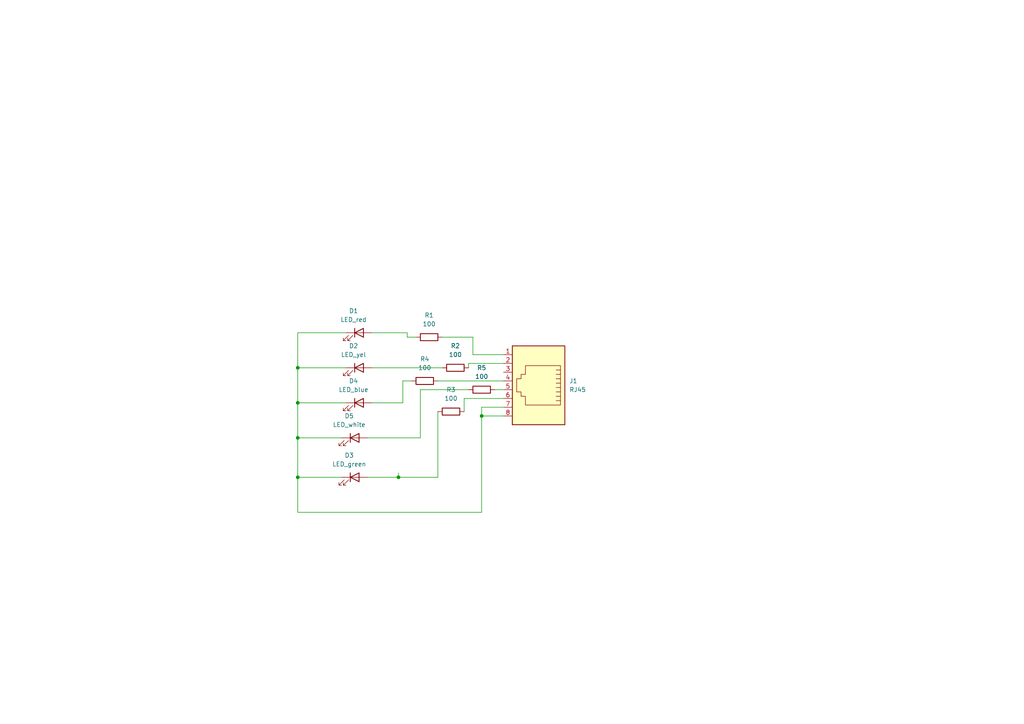
<source format=kicad_sch>
(kicad_sch (version 20230121) (generator eeschema)
  (paper "A4")
  (lib_symbols
    (symbol "Connector:RJ45" (pin_names (offset 1.016))
      (property "Reference" "J" (at -5.08 13.97 0))
      (property "Value" "RJ45" (at 2.54 13.97 0))
      (symbol "RJ45_0_1"
        (polyline (pts (xy -5.08 4.445) (xy -6.35 4.445)))
        (polyline (pts (xy -5.08 5.715) (xy -6.35 5.715)))
        (polyline (pts (xy -6.35 -3.175) (xy -5.08 -3.175) (xy -5.08 -3.175)))
        (polyline (pts (xy -6.35 -1.905) (xy -5.08 -1.905) (xy -5.08 -1.905)))
        (polyline (pts (xy -6.35 -0.635) (xy -5.08 -0.635) (xy -5.08 -0.635)))
        (polyline (pts (xy -6.35 0.635) (xy -5.08 0.635) (xy -5.08 0.635)))
        (polyline (pts (xy -6.35 1.905) (xy -5.08 1.905) (xy -5.08 1.905)))
        (polyline (pts (xy -5.08 3.175) (xy -6.35 3.175) (xy -6.35 3.175)))
        (polyline (pts (xy -6.35 -4.445) (xy -6.35 6.985) (xy 3.81 6.985) (xy 3.81 4.445) (xy 5.08 4.445) (xy 5.08 3.175) (xy 6.35 3.175) (xy 6.35 -0.635) (xy 5.08 -0.635) (xy 5.08 -1.905) (xy 3.81 -1.905) (xy 3.81 -4.445) (xy -6.35 -4.445) (xy -6.35 -4.445)))
        (rectangle (start 7.62 12.7) (end -7.62 -10.16) (stroke (width 0.254)) (fill (type background)))
      )
      (symbol "RJ45_1_1"
        (pin passive line (at 10.16 -7.62 180) (length 2.54) (name "~") (number "1"))
        (pin passive line (at 10.16 -5.08 180) (length 2.54) (name "~") (number "2"))
        (pin passive line (at 10.16 -2.54 180) (length 2.54) (name "~") (number "3"))
        (pin passive line (at 10.16 0 180) (length 2.54) (name "~") (number "4"))
        (pin passive line (at 10.16 2.54 180) (length 2.54) (name "~") (number "5"))
        (pin passive line (at 10.16 5.08 180) (length 2.54) (name "~") (number "6"))
        (pin passive line (at 10.16 7.62 180) (length 2.54) (name "~") (number "7"))
        (pin passive line (at 10.16 10.16 180) (length 2.54) (name "~") (number "8"))
      )
    )
    (symbol "Device:LED" (pin_numbers hide) (pin_names (offset 1.016) hide)
      (property "Reference" "D" (at 0 2.54 0))
      (property "Value" "LED" (at 0 -2.54 0))
      (symbol "LED_0_1"
        (polyline (pts (xy -1.27 -1.27) (xy -1.27 1.27)) (stroke (width 0.254)))
        (polyline (pts (xy -1.27 0) (xy 1.27 0)))
        (polyline (pts (xy 1.27 -1.27) (xy 1.27 1.27) (xy -1.27 0) (xy 1.27 -1.27)) (stroke (width 0.254)))
        (polyline (pts (xy -3.048 -0.762) (xy -4.572 -2.286) (xy -3.81 -2.286) (xy -4.572 -2.286) (xy -4.572 -1.524)))
        (polyline (pts (xy -1.778 -0.762) (xy -3.302 -2.286) (xy -2.54 -2.286) (xy -3.302 -2.286) (xy -3.302 -1.524)))
      )
      (symbol "LED_1_1"
        (pin passive line (at -3.81 0 0) (length 2.54) (name "K") (number "1"))
        (pin passive line (at 3.81 0 180) (length 2.54) (name "A") (number "2"))
      )
    )
    (symbol "Device:R" (pin_numbers hide) (pin_names (offset 0))
      (property "Reference" "R" (at 2.032 0 90))
      (property "Value" "R" (at 0 0 90))
      (symbol "R_0_1"
        (rectangle (start -1.016 -2.54) (end 1.016 2.54) (stroke (width 0.254)))
      )
      (symbol "R_1_1"
        (pin passive line (at 0 3.81 270) (length 1.27) (name "~") (number "1"))
        (pin passive line (at 0 -3.81 90) (length 1.27) (name "~") (number "2"))
      )
    )
  )
  (junction (at 86.36 138.43))
  (junction (at 86.36 127))
  (junction (at 86.36 116.84))
  (junction (at 86.36 106.68))
  (junction (at 115.57 138.43))
  (junction (at 139.7 120.65))
  (wire (pts (xy 115.57 138.43) (xy 127 138.43)))
  (wire (pts (xy 106.68 127) (xy 121.92 127)))
  (wire (pts (xy 86.36 106.68) (xy 86.36 116.84)))
  (wire (pts (xy 100.33 96.52) (xy 86.36 96.52)))
  (wire (pts (xy 86.36 106.68) (xy 100.33 106.68)))
  (wire (pts (xy 86.36 127) (xy 99.06 127)))
  (wire (pts (xy 100.33 116.84) (xy 86.36 116.84)))
  (wire (pts (xy 116.84 110.49) (xy 119.38 110.49)))
  (wire (pts (xy 86.36 148.59) (xy 139.7 148.59)))
  (wire (pts (xy 86.36 138.43) (xy 99.06 138.43)))
  (wire (pts (xy 127 110.49) (xy 146.05 110.49)))
  (wire (pts (xy 121.92 127) (xy 121.92 113.03)))
  (wire (pts (xy 86.36 116.84) (xy 86.36 127)))
  (wire (pts (xy 86.36 127) (xy 86.36 138.43)))
  (wire (pts (xy 86.36 138.43) (xy 86.36 148.59)))
  (wire (pts (xy 115.57 138.43) (xy 115.57 137.16)))
  (wire (pts (xy 116.84 116.84) (xy 116.84 110.49)))
  (wire (pts (xy 137.16 102.87) (xy 146.05 102.87)))
  (wire (pts (xy 134.62 119.38) (xy 134.62 115.57)))
  (wire (pts (xy 139.7 120.65) (xy 146.05 120.65)))
  (wire (pts (xy 118.11 96.52) (xy 107.95 96.52)))
  (wire (pts (xy 121.92 113.03) (xy 135.89 113.03)))
  (wire (pts (xy 86.36 96.52) (xy 86.36 106.68)))
  (wire (pts (xy 118.11 97.79) (xy 118.11 96.52)))
  (wire (pts (xy 139.7 118.11) (xy 139.7 120.65)))
  (wire (pts (xy 139.7 148.59) (xy 139.7 120.65)))
  (wire (pts (xy 143.51 113.03) (xy 146.05 113.03)))
  (wire (pts (xy 135.89 106.68) (xy 135.89 105.41)))
  (wire (pts (xy 146.05 118.11) (xy 139.7 118.11)))
  (wire (pts (xy 118.11 97.79) (xy 120.65 97.79)))
  (wire (pts (xy 127 119.38) (xy 127 138.43)))
  (wire (pts (xy 137.16 97.79) (xy 137.16 102.87)))
  (wire (pts (xy 106.68 138.43) (xy 115.57 138.43)))
  (wire (pts (xy 134.62 115.57) (xy 146.05 115.57)))
  (wire (pts (xy 128.27 97.79) (xy 137.16 97.79)))
  (wire (pts (xy 107.95 116.84) (xy 116.84 116.84)))
  (wire (pts (xy 107.95 106.68) (xy 128.27 106.68)))
  (wire (pts (xy 135.89 105.41) (xy 146.05 105.41)))
  (symbol (lib_id "Connector:RJ45") (at 156.21 110.49 180) (unit 1)
    (property "Reference" "J1" (at 165.1 110.49 0) (effects (justify right)))
    (property "Value" "RJ45" (at 165.1 113.03 0) (effects (justify right)))
    (property "Footprint" "Connector_RJ:RJ45_Amphenol_54602-x08_Horizontal" (effects hide))
  )
  (symbol (lib_id "Device:LED") (at 102.87 127 0) (unit 1)
    (property "Reference" "D5" (at 101.2825 120.65 0))
    (property "Value" "LED_white" (at 101.2825 123.19 0))
    (property "Footprint" "LED_THT:LED_D5.0mm_Clear" (effects hide))
  )
  (symbol (lib_id "Device:R") (at 124.46 97.79 270) (unit 1)
    (property "Reference" "R1" (at 124.46 91.44 90))
    (property "Value" "100" (at 124.46 93.98 90))
    (property "Footprint" "Resistor_THT:R_Axial_DIN0207_L6.3mm_D2.5mm_P7.62mm_Horizontal" (effects hide))
  )
  (symbol (lib_id "Device:R") (at 132.08 106.68 90) (unit 1)
    (property "Reference" "R2" (at 132.08 100.33 90))
    (property "Value" "100" (at 132.08 102.87 90))
    (property "Footprint" "Resistor_THT:R_Axial_DIN0207_L6.3mm_D2.5mm_P7.62mm_Horizontal" (effects hide))
  )
  (symbol (lib_id "Device:LED") (at 104.14 106.68 0) (unit 1)
    (property "Reference" "D2" (at 102.5525 100.33 0))
    (property "Value" "LED_yel" (at 102.5525 102.87 0))
    (property "Footprint" "LED_THT:LED_D5.0mm_Clear" (effects hide))
  )
  (symbol (lib_id "Device:R") (at 130.81 119.38 270) (unit 1)
    (property "Reference" "R3" (at 130.81 113.03 90))
    (property "Value" "100" (at 130.81 115.57 90))
    (property "Footprint" "Resistor_THT:R_Axial_DIN0207_L6.3mm_D2.5mm_P7.62mm_Horizontal" (effects hide))
  )
  (symbol (lib_id "Device:R") (at 139.7 113.03 270) (unit 1)
    (property "Reference" "R5" (at 139.7 106.68 90))
    (property "Value" "100" (at 139.7 109.22 90))
    (property "Footprint" "Resistor_THT:R_Axial_DIN0207_L6.3mm_D2.5mm_P7.62mm_Horizontal" (effects hide))
  )
  (symbol (lib_id "Device:LED") (at 102.87 138.43 0) (unit 1)
    (property "Reference" "D3" (at 101.2825 132.08 0))
    (property "Value" "LED_green" (at 101.2825 134.62 0))
    (property "Footprint" "LED_THT:LED_D5.0mm_Clear" (effects hide))
  )
  (symbol (lib_id "Device:LED") (at 104.14 116.84 0) (unit 1)
    (property "Reference" "D4" (at 102.5525 110.49 0))
    (property "Value" "LED_blue" (at 102.5525 113.03 0))
    (property "Footprint" "LED_THT:LED_D5.0mm_Clear" (effects hide))
  )
  (symbol (lib_id "Device:LED") (at 104.14 96.52 0) (unit 1)
    (property "Reference" "D1" (at 102.5525 90.17 0))
    (property "Value" "LED_red" (at 102.5525 92.71 0))
    (property "Footprint" "LED_THT:LED_D5.0mm_Clear" (effects hide))
  )
  (symbol (lib_id "Device:R") (at 123.19 110.49 90) (unit 1)
    (property "Reference" "R4" (at 123.19 104.14 90))
    (property "Value" "100" (at 123.19 106.68 90))
    (property "Footprint" "Resistor_THT:R_Axial_DIN0207_L6.3mm_D2.5mm_P7.62mm_Horizontal" (effects hide))
  )
)
</source>
